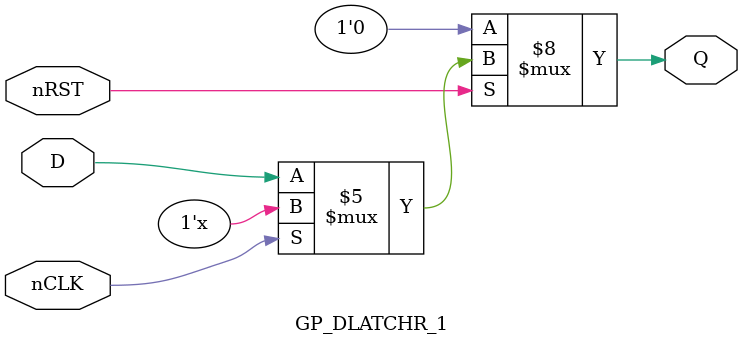
<source format=v>
module GP_DLATCHR_1(input D, input nCLK, input nRST, output reg Q);
	parameter [0:0] INIT = 1'bx;
	initial Q = INIT;
	always @(*) begin
		if(!nRST)
			Q <= 1'b0;
		else if(!nCLK)
			Q <= D;
	end
endmodule
</source>
